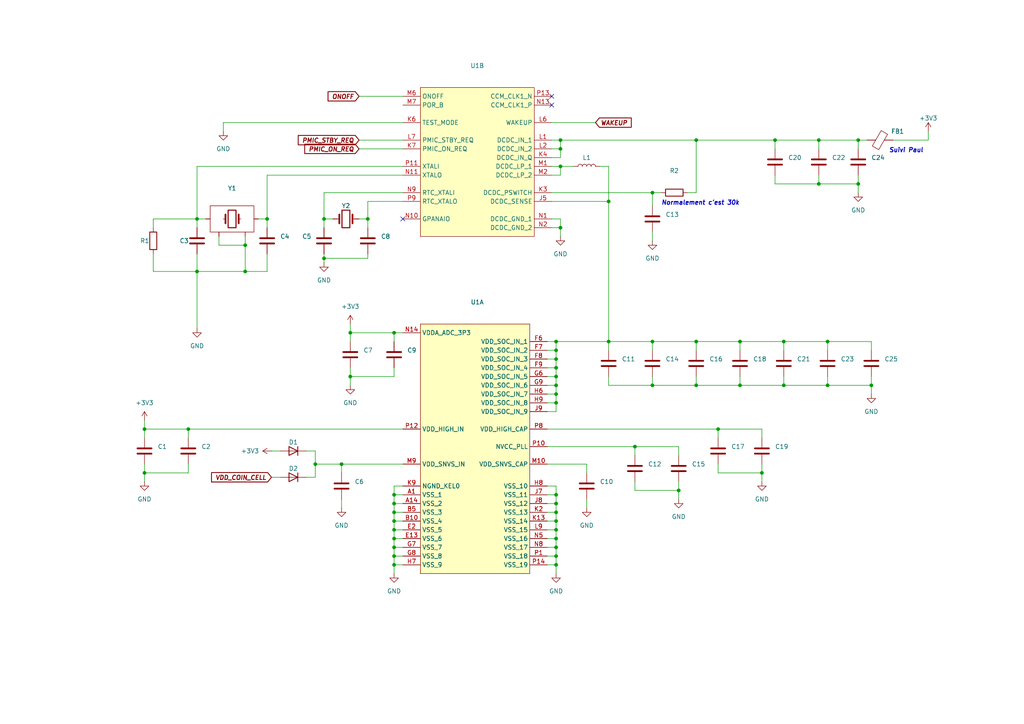
<source format=kicad_sch>
(kicad_sch (version 20211123) (generator eeschema)
  (paper "A4")
  (title_block (title "Power") (date "2023-05-12") (rev "0"))
  (lib_symbols
    (symbol "MIMXRT1064 MCU Module:0402WGJ0225TCE" (pin_numbers hide) (pin_names (offset 0))
      (property "Reference" "R" (at 2.032 0 90))
      (property "Value" "0402WGJ0225TCE" (at 0 0 90))
      (symbol "0402WGJ0225TCE_0_1"
        (rectangle (start -1.016 -2.54) (end 1.016 2.54) (stroke (width 0.254)))
      )
      (symbol "0402WGJ0225TCE_1_1"
        (pin passive line (at 0 3.81 270) (length 1.27) (name "~") (number "1"))
        (pin passive line (at 0 -3.81 90) (length 1.27) (name "~") (number "2"))
      )
    )
    (symbol "MIMXRT1064 MCU Module:BLM18AG121SN1D" (pin_numbers hide) (pin_names (offset 0))
      (property "Reference" "FB1" (at -0.0508 5.08 90))
      (symbol "BLM18AG121SN1D_0_1"
        (polyline (pts (xy 0 -1.27) (xy 0 -1.2192)))
        (polyline (pts (xy 0 1.27) (xy 0 1.2954)))
        (polyline (pts (xy -2.7686 0.4064) (xy -1.7018 2.2606) (xy 2.7686 -0.3048) (xy 1.6764 -2.159) (xy -2.7686 0.4064)))
      )
      (symbol "BLM18AG121SN1D_1_1"
        (pin passive line (at 0 3.81 270) (length 2.54) (name "~") (number "1"))
        (pin passive line (at 0 -3.81 90) (length 2.54) (name "~") (number "2"))
      )
    )
    (symbol "MIMXRT1064 MCU Module:CD32YP0302-4R7M" (pin_numbers hide) (pin_names (offset 1.016) hide)
      (property "Reference" "L1" (at 0 2.54 0))
      (property "Value" "CD32YP0302-4R7M" (at 1.27 -2.54 0))
      (symbol "CD32YP0302-4R7M_0_1"
        (arc (start -1.27 0) (mid -1.905 0.635) (end -2.54 0))
        (arc (start 0 0) (mid -0.635 0.635) (end -1.27 0))
        (arc (start 1.27 0) (mid 0.635 0.635) (end 0 0))
        (arc (start 2.54 0) (mid 1.905 0.635) (end 1.27 0))
      )
      (symbol "CD32YP0302-4R7M_1_1"
        (pin passive line (at -3.81 0 0) (length 1.27) (name "1") (number "1"))
        (pin passive line (at 3.81 0 180) (length 1.27) (name "2") (number "2"))
      )
    )
    (symbol "MIMXRT1064 MCU Module:CL05A105KA5NQNC" (pin_numbers hide) (pin_names (offset 0.254))
      (property "Reference" "C5" (at 3.81 1.2701 0))
      (property "Value" "CL05A105KA5NQNC" (at 3.81 -1.2699 0))
      (symbol "CL05A105KA5NQNC_0_1"
        (polyline (pts (xy -2.032 -0.762) (xy 2.032 -0.762)) (stroke (width 0.508)))
        (polyline (pts (xy -2.032 0.762) (xy 2.032 0.762)) (stroke (width 0.508)))
      )
      (symbol "CL05A105KA5NQNC_1_1"
        (pin passive line (at 0 3.81 270) (length 2.794) (name "~") (number "1"))
        (pin passive line (at 0 -3.81 90) (length 2.794) (name "~") (number "2"))
      )
    )
    (symbol "MIMXRT1064 MCU Module:CL05A475MP5NRNC" (pin_numbers hide) (pin_names (offset 0.254))
      (property "Reference" "C5" (at 3.81 1.2701 0))
      (property "Value" "CL05A475MP5NRNC" (at 3.81 -1.2699 0))
      (symbol "CL05A475MP5NRNC_0_1"
        (polyline (pts (xy -2.032 -0.762) (xy 2.032 -0.762)) (stroke (width 0.508)))
        (polyline (pts (xy -2.032 0.762) (xy 2.032 0.762)) (stroke (width 0.508)))
      )
      (symbol "CL05A475MP5NRNC_1_1"
        (pin passive line (at 0 3.81 270) (length 2.794) (name "~") (number "1"))
        (pin passive line (at 0 -3.81 90) (length 2.794) (name "~") (number "2"))
      )
    )
    (symbol "MIMXRT1064 MCU Module:CL05B224KO5NNNC" (pin_numbers hide) (pin_names (offset 0.254))
      (property "Reference" "C5" (at 3.81 1.2701 0))
      (property "Value" "CL05B224KO5NNNC" (at 3.81 -1.2699 0))
      (symbol "CL05B224KO5NNNC_0_1"
        (polyline (pts (xy -2.032 -0.762) (xy 2.032 -0.762)) (stroke (width 0.508)))
        (polyline (pts (xy -2.032 0.762) (xy 2.032 0.762)) (stroke (width 0.508)))
      )
      (symbol "CL05B224KO5NNNC_1_1"
        (pin passive line (at 0 3.81 270) (length 2.794) (name "~") (number "1"))
        (pin passive line (at 0 -3.81 90) (length 2.794) (name "~") (number "2"))
      )
    )
    (symbol "MIMXRT1064 MCU Module:CL10A106KP8NNNC" (pin_numbers hide) (pin_names (offset 0.254))
      (property "Reference" "C5" (at 3.81 1.2701 0))
      (property "Value" "CL10A106KP8NNNC" (at 3.81 -1.2699 0))
      (symbol "CL10A106KP8NNNC_0_1"
        (polyline (pts (xy -2.032 -0.762) (xy 2.032 -0.762)) (stroke (width 0.508)))
        (polyline (pts (xy -2.032 0.762) (xy 2.032 0.762)) (stroke (width 0.508)))
      )
      (symbol "CL10A106KP8NNNC_1_1"
        (pin passive line (at 0 3.81 270) (length 2.794) (name "~") (number "1"))
        (pin passive line (at 0 -3.81 90) (length 2.794) (name "~") (number "2"))
      )
    )
    (symbol "MIMXRT1064 MCU Module:CL10A226MQ8NRNC" (pin_numbers hide) (pin_names (offset 0.254))
      (property "Reference" "C3" (at 1.27 2.54 0))
      (property "Value" "CL10A226MQ8NRNC" (at 1.27 -2.54 0))
      (symbol "CL10A226MQ8NRNC_0_1"
        (polyline (pts (xy -2.032 -0.762) (xy 2.032 -0.762)) (stroke (width 0.508)))
        (polyline (pts (xy -2.032 0.762) (xy 2.032 0.762)) (stroke (width 0.508)))
      )
      (symbol "CL10A226MQ8NRNC_1_1"
        (pin passive line (at 0 3.81 270) (length 2.794) (name "~") (number "1"))
        (pin passive line (at 0 -3.81 90) (length 2.794) (name "~") (number "2"))
      )
    )
    (symbol "MIMXRT1064 MCU Module:GCM1555C1H8R0DA16D" (pin_numbers hide) (pin_names (offset 0.254))
      (property "Reference" "C5" (at 3.81 1.2701 0))
      (property "Value" "GCM1555C1H8R0DA16D" (at 3.81 -1.2699 0))
      (symbol "GCM1555C1H8R0DA16D_0_1"
        (polyline (pts (xy -2.032 -0.762) (xy 2.032 -0.762)) (stroke (width 0.508)))
        (polyline (pts (xy -2.032 0.762) (xy 2.032 0.762)) (stroke (width 0.508)))
      )
      (symbol "GCM1555C1H8R0DA16D_1_1"
        (pin passive line (at 0 3.81 270) (length 2.794) (name "~") (number "1"))
        (pin passive line (at 0 -3.81 90) (length 2.794) (name "~") (number "2"))
      )
    )
    (symbol "MIMXRT1064 MCU Module:GRM1555C1H120GA01D" (pin_numbers hide) (pin_names (offset 0.254))
      (property "Reference" "C5" (at 3.81 1.2701 0))
      (property "Value" "GRM1555C1H120GA01D" (at 3.81 -1.2699 0))
      (symbol "GRM1555C1H120GA01D_0_1"
        (polyline (pts (xy -2.032 -0.762) (xy 2.032 -0.762)) (stroke (width 0.508)))
        (polyline (pts (xy -2.032 0.762) (xy 2.032 0.762)) (stroke (width 0.508)))
      )
      (symbol "GRM1555C1H120GA01D_1_1"
        (pin passive line (at 0 3.81 270) (length 2.794) (name "~") (number "1"))
        (pin passive line (at 0 -3.81 90) (length 2.794) (name "~") (number "2"))
      )
    )
    (symbol "MIMXRT1064 MCU Module:MIMXRT1064CVL5B"
      (property "Reference" "U" (at 0 25.4 0))
      (property "Value" "MIMXRT1064CVL5B" (at 0 22.86 0))
      (symbol "MIMXRT1064CVL5B_1_1"
        (rectangle (start -15.24 34.29) (end 16.51 -38.1) (fill (type background)))
        (pin power_in line (at -20.32 -15.24 0) (length 5.08) (name "VSS_1") (number "A1"))
        (pin power_in line (at -20.32 -17.78 0) (length 5.08) (name "VSS_2") (number "A14"))
        (pin power_in line (at -20.32 -22.86 0) (length 5.08) (name "VSS_4") (number "B10"))
        (pin power_in line (at -20.32 -20.32 0) (length 5.08) (name "VSS_3") (number "B5"))
        (pin power_in line (at -20.32 -27.94 0) (length 5.08) (name "VSS_6") (number "E13"))
        (pin power_in line (at -20.32 -25.4 0) (length 5.08) (name "VSS_5") (number "E2"))
        (pin power_in line (at 21.59 29.21 180) (length 5.08) (name "VDD_SOC_IN_1") (number "F6"))
        (pin power_in line (at 21.59 26.67 180) (length 5.08) (name "VDD_SOC_IN_2") (number "F7"))
        (pin power_in line (at 21.59 24.13 180) (length 5.08) (name "VDD_SOC_IN_3") (number "F8"))
        (pin power_in line (at 21.59 21.59 180) (length 5.08) (name "VDD_SOC_IN_4") (number "F9"))
        (pin power_in line (at 21.59 19.05 180) (length 5.08) (name "VDD_SOC_IN_5") (number "G6"))
        (pin power_in line (at -20.32 -30.48 0) (length 5.08) (name "VSS_7") (number "G7"))
        (pin power_in line (at -20.32 -33.02 0) (length 5.08) (name "VSS_8") (number "G8"))
        (pin power_in line (at 21.59 16.51 180) (length 5.08) (name "VDD_SOC_IN_6") (number "G9"))
        (pin power_in line (at 21.59 13.97 180) (length 5.08) (name "VDD_SOC_IN_7") (number "H6"))
        (pin power_in line (at -20.32 -35.56 0) (length 5.08) (name "VSS_9") (number "H7"))
        (pin power_in line (at 21.59 -12.7 180) (length 5.08) (name "VSS_10") (number "H8"))
        (pin power_in line (at 21.59 11.43 180) (length 5.08) (name "VDD_SOC_IN_8") (number "H9"))
        (pin power_in line (at 21.59 -15.24 180) (length 5.08) (name "VSS_11") (number "J7"))
        (pin power_in line (at 21.59 -17.78 180) (length 5.08) (name "VSS_12") (number "J8"))
        (pin power_in line (at 21.59 8.89 180) (length 5.08) (name "VDD_SOC_IN_9") (number "J9"))
        (pin power_in line (at 21.59 -22.86 180) (length 5.08) (name "VSS_14") (number "K13"))
        (pin power_in line (at 21.59 -20.32 180) (length 5.08) (name "VSS_13") (number "K2"))
        (pin power_in line (at -20.32 -12.7 0) (length 5.08) (name "NGND_KEL0") (number "K9"))
        (pin power_in line (at 21.59 -25.4 180) (length 5.08) (name "VSS_15") (number "L9"))
        (pin power_in line (at 21.59 -6.35 180) (length 5.08) (name "VDD_SNVS_CAP") (number "M10"))
        (pin power_in line (at -20.32 -6.35 0) (length 5.08) (name "VDD_SNVS_IN") (number "M9"))
        (pin power_in line (at -20.32 31.75 0) (length 5.08) (name "VDDA_ADC_3P3") (number "N14"))
        (pin power_in line (at 21.59 -27.94 180) (length 5.08) (name "VSS_16") (number "N5"))
        (pin power_in line (at 21.59 -30.48 180) (length 5.08) (name "VSS_17") (number "N8"))
        (pin power_in line (at 21.59 -33.02 180) (length 5.08) (name "VSS_18") (number "P1"))
        (pin power_in line (at 21.59 -1.27 180) (length 5.08) (name "NVCC_PLL") (number "P10"))
        (pin power_in line (at -20.32 3.81 0) (length 5.08) (name "VDD_HIGH_IN") (number "P12"))
        (pin power_in line (at 21.59 -35.56 180) (length 5.08) (name "VSS_19") (number "P14"))
        (pin power_in line (at 21.59 3.81 180) (length 5.08) (name "VDD_HIGH_CAP") (number "P8"))
      )
      (symbol "MIMXRT1064CVL5B_2_1"
        (rectangle (start -16.51 20.32) (end 16.51 -22.86) (fill (type background)))
        (pin power_in line (at 21.59 -12.7 180) (length 5.08) (name "DCDC_SENSE") (number "J5"))
        (pin power_in line (at 21.59 -10.16 180) (length 5.08) (name "DCDC_PSWITCH") (number "K3"))
        (pin power_in line (at 21.59 0 180) (length 5.08) (name "DCDC_IN_Q") (number "K4"))
        (pin passive line (at -21.59 10.16 0) (length 5.08) (name "TEST_MODE") (number "K6"))
        (pin passive line (at -21.59 2.54 0) (length 5.08) (name "PMIC_ON_REQ") (number "K7"))
        (pin power_in line (at 21.59 5.08 180) (length 5.08) (name "DCDC_IN_1") (number "L1"))
        (pin power_in line (at 21.59 2.54 180) (length 5.08) (name "DCDC_IN_2") (number "L2"))
        (pin passive line (at 21.59 10.16 180) (length 5.08) (name "WAKEUP") (number "L6"))
        (pin passive line (at -21.59 5.08 0) (length 5.08) (name "PMIC_STBY_REQ") (number "L7"))
        (pin power_in line (at 21.59 -2.54 180) (length 5.08) (name "DCDC_LP_1") (number "M1"))
        (pin power_in line (at 21.59 -5.08 180) (length 5.08) (name "DCDC_LP_2") (number "M2"))
        (pin passive line (at -21.59 17.78 0) (length 5.08) (name "ONOFF") (number "M6"))
        (pin passive line (at -21.59 15.24 0) (length 5.08) (name "POR_B") (number "M7"))
        (pin power_in line (at 21.59 -17.78 180) (length 5.08) (name "DCDC_GND_1") (number "N1"))
        (pin passive line (at -21.59 -17.78 0) (length 5.08) (name "GPANAIO") (number "N10"))
        (pin passive line (at -21.59 -5.08 0) (length 5.08) (name "XTALO") (number "N11"))
        (pin passive line (at 21.59 15.24 180) (length 5.08) (name "CCM_CLK1_P") (number "N13"))
        (pin power_in line (at 21.59 -20.32 180) (length 5.08) (name "DCDC_GND_2") (number "N2"))
        (pin passive line (at -21.59 -10.16 0) (length 5.08) (name "RTC_XTALI") (number "N9"))
        (pin passive line (at -21.59 -2.54 0) (length 5.08) (name "XTALI") (number "P11"))
        (pin passive line (at 21.59 17.78 180) (length 5.08) (name "CCM_CLK1_N") (number "P13"))
        (pin passive line (at -21.59 -12.7 0) (length 5.08) (name "RTC_XTALO") (number "P9"))
      )
      (symbol "MIMXRT1064CVL5B_3_1"
        (rectangle (start -19.05 11.43) (end 19.05 -11.43) (fill (type background)))
        (pin power_in line (at 24.13 -1.27 180) (length 5.08) (name "VDD_USB_CAP") (number "K8"))
        (pin passive line (at 24.13 6.35 180) (length 5.08) (name "USB_OTG1_DP") (number "L8"))
        (pin passive line (at 24.13 8.89 180) (length 5.08) (name "USB_OTG1_DN") (number "M8"))
        (pin passive line (at 24.13 3.81 180) (length 5.08) (name "USB_OTG1_CHD_B") (number "N12"))
        (pin passive line (at -24.13 5.08 0) (length 5.08) (name "USB_OTG1_VBUS") (number "N6"))
        (pin passive line (at 24.13 -6.35 180) (length 5.08) (name "USB_OTG2_DN") (number "N7"))
        (pin passive line (at -24.13 -5.08 0) (length 5.08) (name "USB_OTG2_VBUS") (number "P6"))
        (pin passive line (at 24.13 -8.89 180) (length 5.08) (name "USB_OTG2_DP") (number "P7"))
      )
      (symbol "MIMXRT1064CVL5B_4_1"
        (rectangle (start -17.78 53.34) (end 16.51 -55.88) (fill (type background)))
        (pin passive line (at 21.59 -17.78 180) (length 5.08) (name "GPIO_EMC_27") (number "A2"))
        (pin passive line (at 21.59 0 180) (length 5.08) (name "GPIO_EMC_20") (number "A3"))
        (pin passive line (at 21.59 7.62 180) (length 5.08) (name "GPIO_EMC_17") (number "A4"))
        (pin passive line (at 21.59 10.16 180) (length 5.08) (name "GPIO_EMC_16") (number "A5"))
        (pin passive line (at 21.59 17.78 180) (length 5.08) (name "GPIO_EMC_13") (number "A6"))
        (pin passive line (at 21.59 -50.8 180) (length 5.08) (name "GPIO_EMC_40") (number "A7"))
        (pin passive line (at 21.59 12.7 180) (length 5.08) (name "GPIO_EMC_15") (number "B1"))
        (pin passive line (at 21.59 5.08 180) (length 5.08) (name "GPIO_EMC_18") (number "B2"))
        (pin passive line (at 21.59 -15.24 180) (length 5.08) (name "GPIO_EMC_26") (number "B3"))
        (pin passive line (at 21.59 2.54 180) (length 5.08) (name "GPIO_EMC_19") (number "B4"))
        (pin passive line (at 21.59 15.24 180) (length 5.08) (name "GPIO_EMC_14") (number "B6"))
        (pin passive line (at 21.59 -48.26 180) (length 5.08) (name "GPIO_EMC_39") (number "B7"))
        (pin passive line (at 21.59 -2.54 180) (length 5.08) (name "GPIO_EMC_21") (number "C1"))
        (pin passive line (at 21.59 27.94 180) (length 5.08) (name "GPIO_EMC_09") (number "C2"))
        (pin passive line (at 21.59 -40.64 180) (length 5.08) (name "GPIO_EMC_36") (number "C3"))
        (pin passive line (at 21.59 -33.02 180) (length 5.08) (name "GPIO_EMC_33") (number "C4"))
        (pin passive line (at 21.59 -27.94 180) (length 5.08) (name "GPIO_EMC_31") (number "C5"))
        (pin passive line (at 21.59 -25.4 180) (length 5.08) (name "GPIO_EMC_30") (number "C6"))
        (pin passive line (at 21.59 -53.34 180) (length 5.08) (name "GPIO_EMC_41") (number "C7"))
        (pin passive line (at 21.59 -20.32 180) (length 5.08) (name "GPIO_EMC_28") (number "D1"))
        (pin passive line (at 21.59 -12.7 180) (length 5.08) (name "GPIO_EMC_25") (number "D2"))
        (pin passive line (at 21.59 -10.16 180) (length 5.08) (name "GPIO_EMC_24") (number "D3"))
        (pin passive line (at 21.59 -35.56 180) (length 5.08) (name "GPIO_EMC_34") (number "D4"))
        (pin passive line (at 21.59 -30.48 180) (length 5.08) (name "GPIO_EMC_32") (number "D5"))
        (pin passive line (at 21.59 -45.72 180) (length 5.08) (name "GPIO_EMC_38") (number "D6"))
        (pin passive line (at 21.59 -22.86 180) (length 5.08) (name "GPIO_EMC_29") (number "E1"))
        (pin passive line (at 21.59 50.8 180) (length 5.08) (name "GPIO_EMC_00") (number "E3"))
        (pin passive line (at 21.59 -43.18 180) (length 5.08) (name "GPIO_EMC_37") (number "E4"))
        (pin passive line (at 21.59 -38.1 180) (length 5.08) (name "GPIO_EMC_35") (number "E5"))
        (pin power_in line (at -22.86 50.8 0) (length 5.08) (name "NVCC_EMC_1") (number "E6"))
        (pin passive line (at 21.59 -5.08 180) (length 5.08) (name "GPIO_EMC_22") (number "F1"))
        (pin passive line (at 21.59 40.64 180) (length 5.08) (name "GPIO_EMC_04") (number "F2"))
        (pin passive line (at 21.59 48.26 180) (length 5.08) (name "GPIO_EMC_01") (number "F3"))
        (pin passive line (at 21.59 45.72 180) (length 5.08) (name "GPIO_EMC_02") (number "F4"))
        (pin power_in line (at -22.86 48.26 0) (length 5.08) (name "NVCC_EMC_2") (number "F5"))
        (pin passive line (at 21.59 25.4 180) (length 5.08) (name "GPIO_EMC_10") (number "G1"))
        (pin passive line (at 21.59 -7.62 180) (length 5.08) (name "GPIO_EMC_23") (number "G2"))
        (pin passive line (at 21.59 22.86 180) (length 5.08) (name "GPIO_EMC_11") (number "G3"))
        (pin passive line (at 21.59 43.18 180) (length 5.08) (name "GPIO_EMC_03") (number "G4"))
        (pin passive line (at 21.59 38.1 180) (length 5.08) (name "GPIO_EMC_05") (number "G5"))
        (pin passive line (at 21.59 20.32 180) (length 5.08) (name "GPIO_EMC_12") (number "H1"))
        (pin passive line (at 21.59 30.48 180) (length 5.08) (name "GPIO_EMC_08") (number "H3"))
        (pin passive line (at 21.59 33.02 180) (length 5.08) (name "GPIO_EMC_07") (number "H4"))
        (pin passive line (at 21.59 35.56 180) (length 5.08) (name "GPIO_EMC_06") (number "H5"))
      )
      (symbol "MIMXRT1064CVL5B_5_1"
        (rectangle (start -19.05 52.07) (end 17.78 -44.45) (fill (type background)))
        (rectangle (start -17.78 -24.13) (end -17.78 -24.13))
        (pin passive line (at 22.86 11.43 180) (length 5.08) (name "GPIO_B0_11") (number "A10"))
        (pin passive line (at 22.86 -3.81 180) (length 5.08) (name "GPIO_B1_00") (number "A11"))
        (pin passive line (at 22.86 -24.13 180) (length 5.08) (name "GPIO_B1_08") (number "A12"))
        (pin passive line (at 22.86 -26.67 180) (length 5.08) (name "GPIO_B1_09") (number "A13"))
        (pin passive line (at 22.86 24.13 180) (length 5.08) (name "GPIO_B0_06") (number "A8"))
        (pin passive line (at 22.86 21.59 180) (length 5.08) (name "GPIO_B0_07") (number "A9"))
        (pin passive line (at 22.86 -6.35 180) (length 5.08) (name "GPIO_B1_01") (number "B11"))
        (pin passive line (at 22.86 -21.59 180) (length 5.08) (name "GPIO_B1_07") (number "B12"))
        (pin passive line (at 22.86 -29.21 180) (length 5.08) (name "GPIO_B1_10") (number "B13"))
        (pin passive line (at 22.86 -41.91 180) (length 5.08) (name "GPIO_B1_15") (number "B14"))
        (pin passive line (at 22.86 26.67 180) (length 5.08) (name "GPIO_B0_05") (number "B8"))
        (pin passive line (at 22.86 19.05 180) (length 5.08) (name "GPIO_B0_08") (number "B9"))
        (pin passive line (at 22.86 8.89 180) (length 5.08) (name "GPIO_B0_12") (number "C10"))
        (pin passive line (at 22.86 -8.89 180) (length 5.08) (name "GPIO_B1_02") (number "C11"))
        (pin passive line (at 22.86 -19.05 180) (length 5.08) (name "GPIO_B1_06") (number "C12"))
        (pin passive line (at 22.86 -31.75 180) (length 5.08) (name "GPIO_B1_11") (number "C13"))
        (pin passive line (at 22.86 -39.37 180) (length 5.08) (name "GPIO_B1_14") (number "C14"))
        (pin passive line (at 22.86 29.21 180) (length 5.08) (name "GPIO_B0_04") (number "C8"))
        (pin passive line (at 22.86 16.51 180) (length 5.08) (name "GPIO_B0_09") (number "C9"))
        (pin passive line (at 22.86 6.35 180) (length 5.08) (name "GPIO_B0_13") (number "D10"))
        (pin passive line (at 22.86 -11.43 180) (length 5.08) (name "GPIO_B1_03") (number "D11"))
        (pin passive line (at 22.86 -16.51 180) (length 5.08) (name "GPIO_B1_05") (number "D12"))
        (pin passive line (at 22.86 -34.29 180) (length 5.08) (name "GPIO_B1_12") (number "D13"))
        (pin passive line (at 22.86 -36.83 180) (length 5.08) (name "GPIO_B1_13") (number "D14"))
        (pin passive line (at 22.86 39.37 180) (length 5.08) (name "GPIO_B0_00") (number "D7"))
        (pin passive line (at 22.86 31.75 180) (length 5.08) (name "GPIO_B0_03") (number "D8"))
        (pin passive line (at 22.86 13.97 180) (length 5.08) (name "GPIO_B0_10") (number "D9"))
        (pin passive line (at 22.86 3.81 180) (length 5.08) (name "GPIO_B0_14") (number "E10"))
        (pin passive line (at 22.86 1.27 180) (length 5.08) (name "GPIO_B0_15") (number "E11"))
        (pin passive line (at 22.86 -13.97 180) (length 5.08) (name "GPIO_B1_04") (number "E12"))
        (pin passive line (at -24.13 24.13 0) (length 5.08) (name "GPIO_AD_B0_06") (number "E14"))
        (pin passive line (at 22.86 36.83 180) (length 5.08) (name "GPIO_B0_01") (number "E7"))
        (pin passive line (at 22.86 34.29 180) (length 5.08) (name "GPIO_B0_02") (number "E8"))
        (pin power_in line (at -24.13 49.53 0) (length 5.08) (name "NVCC_GPIO_1") (number "E9"))
        (pin power_in line (at -24.13 46.99 0) (length 5.08) (name "NVCC_GPIO_2") (number "F10"))
        (pin passive line (at -24.13 29.21 0) (length 5.08) (name "GPIO_AD_B0_04") (number "F11"))
        (pin passive line (at -24.13 21.59 0) (length 5.08) (name "GPIO_AD_B0_07") (number "F12"))
        (pin passive line (at -24.13 19.05 0) (length 5.08) (name "GPIO_AD_B0_08") (number "F13"))
        (pin passive line (at -24.13 16.51 0) (length 5.08) (name "GPIO_AD_B0_09") (number "F14"))
        (pin passive line (at -24.13 11.43 0) (length 5.08) (name "GPIO_AD_B0_11") (number "G10"))
        (pin passive line (at -24.13 31.75 0) (length 5.08) (name "GPIO_AD_B0_03") (number "G11"))
        (pin passive line (at -24.13 -39.37 0) (length 5.08) (name "GPIO_AD_B1_14") (number "G12"))
        (pin passive line (at -24.13 13.97 0) (length 5.08) (name "GPIO_AD_B0_10") (number "G13"))
        (pin passive line (at -24.13 26.67 0) (length 5.08) (name "GPIO_AD_B0_05") (number "G14"))
        (pin passive line (at -24.13 36.83 0) (length 5.08) (name "GPIO_AD_B0_01") (number "H10"))
        (pin passive line (at -24.13 -36.83 0) (length 5.08) (name "GPIO_AD_B1_13") (number "H11"))
        (pin passive line (at -24.13 -34.29 0) (length 5.08) (name "GPIO_AD_B1_12") (number "H12"))
        (pin passive line (at -24.13 -24.13 0) (length 5.08) (name "GPIO_AD_B1_08") (number "H13"))
        (pin passive line (at -24.13 3.81 0) (length 5.08) (name "GPIO_AD_B0_14") (number "H14"))
        (pin power_in line (at -24.13 44.45 0) (length 5.08) (name "NVCC_GPIO_3") (number "J10"))
        (pin passive line (at -24.13 -3.81 0) (length 5.08) (name "GPIO_AD_B1_00") (number "J11"))
        (pin passive line (at -24.13 -19.05 0) (length 5.08) (name "GPIO_AD_B1_06") (number "J12"))
        (pin passive line (at -24.13 -31.75 0) (length 5.08) (name "GPIO_AD_B1_11") (number "J13"))
        (pin passive line (at -24.13 -41.91 0) (length 5.08) (name "GPIO_AD_B1_15") (number "J14"))
        (pin passive line (at -24.13 -21.59 0) (length 5.08) (name "GPIO_AD_B1_07") (number "K10"))
        (pin passive line (at -24.13 -6.35 0) (length 5.08) (name "GPIO_AD_B1_01") (number "K11"))
        (pin passive line (at -24.13 -16.51 0) (length 5.08) (name "GPIO_AD_B1_05") (number "K12"))
        (pin passive line (at -24.13 8.89 0) (length 5.08) (name "GPIO_AD_B0_12") (number "K14"))
        (pin passive line (at -24.13 1.27 0) (length 5.08) (name "GPIO_AD_B0_15") (number "L10"))
        (pin passive line (at -24.13 -8.89 0) (length 5.08) (name "GPIO_AD_B1_02") (number "L11"))
        (pin passive line (at -24.13 -13.97 0) (length 5.08) (name "GPIO_AD_B1_04") (number "L12"))
        (pin passive line (at -24.13 -29.21 0) (length 5.08) (name "GPIO_AD_B1_10") (number "L13"))
        (pin passive line (at -24.13 6.35 0) (length 5.08) (name "GPIO_AD_B0_13") (number "L14"))
        (pin passive line (at -24.13 34.29 0) (length 5.08) (name "GPIO_AD_B0_02") (number "M11"))
        (pin passive line (at -24.13 -11.43 0) (length 5.08) (name "GPIO_AD_B1_03") (number "M12"))
        (pin passive line (at -24.13 -26.67 0) (length 5.08) (name "GPIO_AD_B1_09") (number "M13"))
        (pin passive line (at -24.13 39.37 0) (length 5.08) (name "GPIO_AD_B0_00") (number "M14"))
      )
      (symbol "MIMXRT1064CVL5B_6_1"
        (rectangle (start -17.78 25.4) (end 13.97 -25.4) (fill (type background)))
        (pin passive line (at 19.05 12.7 180) (length 5.08) (name "GPIO_SD_B0_04") (number "H2"))
        (pin passive line (at 19.05 17.78 180) (length 5.08) (name "GPIO_SD_B0_02") (number "J1"))
        (pin passive line (at 19.05 10.16 180) (length 5.08) (name "GPIO_SD_B0_05") (number "J2"))
        (pin passive line (at 19.05 20.32 180) (length 5.08) (name "GPIO_SD_B0_01") (number "J3"))
        (pin passive line (at 19.05 22.86 180) (length 5.08) (name "GPIO_SD_B0_00") (number "J4"))
        (pin power_in line (at -22.86 22.86 0) (length 5.08) (name "NVCC_SD0") (number "J6"))
        (pin passive line (at 19.05 15.24 180) (length 5.08) (name "GPIO_SD_B0_03") (number "K1"))
        (pin power_in line (at -22.86 3.81 0) (length 5.08) (name "NVCC_SD1") (number "K5"))
        (pin passive line (at 19.05 -10.16 180) (length 5.08) (name "GPIO_SD_B1_06") (number "L3"))
        (pin passive line (at 19.05 -12.7 180) (length 5.08) (name "GPIO_SD_B1_07") (number "L4"))
        (pin passive line (at 19.05 5.08 180) (length 5.08) (name "GPIO_SD_B1_00") (number "L5"))
        (pin passive line (at 19.05 0 180) (length 5.08) (name "GPIO_SD_B1_02") (number "M3"))
        (pin passive line (at 19.05 -2.54 180) (length 5.08) (name "GPIO_SD_B1_03") (number "M4"))
        (pin passive line (at 19.05 2.54 180) (length 5.08) (name "GPIO_SD_B1_01") (number "M5"))
        (pin passive line (at 19.05 -7.62 180) (length 5.08) (name "GPIO_SD_B1_05") (number "N3"))
        (pin passive line (at 19.05 -17.78 180) (length 5.08) (name "GPIO_SD_B1_09") (number "N4"))
        (pin passive line (at 19.05 -5.08 180) (length 5.08) (name "GPIO_SD_B1_04") (number "P2"))
        (pin passive line (at 19.05 -15.24 180) (length 5.08) (name "GPIO_SD_B1_08") (number "P3"))
        (pin passive line (at 19.05 -20.32 180) (length 5.08) (name "GPIO_SD_B1_10") (number "P4"))
        (pin passive line (at 19.05 -22.86 180) (length 5.08) (name "GPIO_SD_B1_11") (number "P5"))
      )
    )
    (symbol "MIMXRT1064 MCU Module:RB521S30_R1_00001" (pin_numbers hide) (pin_names (offset 1.016) hide)
      (property "Reference" "D" (at 0 2.54 0))
      (property "Value" "RB521S30_R1_00001" (at 0 -2.54 0))
      (symbol "RB521S30_R1_00001_0_1"
        (polyline (pts (xy -1.27 1.27) (xy -1.27 -1.27)) (stroke (width 0.254)))
        (polyline (pts (xy 1.27 0) (xy -1.27 0)))
        (polyline (pts (xy 1.27 1.27) (xy 1.27 -1.27) (xy -1.27 0) (xy 1.27 1.27)) (stroke (width 0.254)))
      )
      (symbol "RB521S30_R1_00001_1_1"
        (pin passive line (at -3.81 0 0) (length 2.54) (name "K") (number "1"))
        (pin passive line (at 3.81 0 180) (length 2.54) (name "A") (number "2"))
      )
    )
    (symbol "MIMXRT1064 MCU Module:TC0225F3002TCE" (pin_numbers hide) (pin_names (offset 0))
      (property "Reference" "R" (at 2.032 0 90))
      (property "Value" "TC0225F3002TCE" (at 0 0 90))
      (symbol "TC0225F3002TCE_0_1"
        (rectangle (start -1.016 -2.54) (end 1.016 2.54) (stroke (width 0.254)))
      )
      (symbol "TC0225F3002TCE_1_1"
        (pin passive line (at 0 3.81 270) (length 1.27) (name "~") (number "1"))
        (pin passive line (at 0 -3.81 90) (length 1.27) (name "~") (number "2"))
      )
    )
    (symbol "MIMXRT1064 MCU Module:X201232768KJD2SI" (pin_numbers hide) (pin_names (offset 1.016) hide)
      (property "Reference" "Y" (at 0 3.81 0))
      (property "Value" "X201232768KJD2SI" (at 0 -3.81 0))
      (symbol "X201232768KJD2SI_0_1"
        (rectangle (start -1.143 2.54) (end 1.143 -2.54) (stroke (width 0.3048)))
        (polyline (pts (xy -2.54 0) (xy -1.905 0)))
        (polyline (pts (xy -1.905 -1.27) (xy -1.905 1.27)) (stroke (width 0.508)))
        (polyline (pts (xy 1.905 -1.27) (xy 1.905 1.27)) (stroke (width 0.508)))
        (polyline (pts (xy 2.54 0) (xy 1.905 0)))
      )
      (symbol "X201232768KJD2SI_1_1"
        (pin passive line (at -3.81 0 0) (length 1.27) (name "1") (number "1"))
        (pin passive line (at 3.81 0 180) (length 1.27) (name "2") (number "2"))
      )
    )
    (symbol "MIMXRT1064 MCU Module:XL7EL89CMI-111YLC-24M" (pin_numbers hide) (pin_names (offset 1.016) hide)
      (property "Reference" "Y" (at 0 5.08 0))
      (property "Value" "XL7EL89CMI-111YLC-24M" (at 0 -7.62 0))
      (symbol "XL7EL89CMI-111YLC-24M_0_1"
        (rectangle (start -6.35 3.81) (end 6.35 -3.81))
        (rectangle (start -1.143 2.54) (end 1.143 -2.54) (stroke (width 0.3048)))
        (polyline (pts (xy -2.54 0) (xy -1.905 0)))
        (polyline (pts (xy -1.905 -1.27) (xy -1.905 1.27)) (stroke (width 0.508)))
        (polyline (pts (xy 1.905 -1.27) (xy 1.905 1.27)) (stroke (width 0.508)))
        (polyline (pts (xy 2.54 0) (xy 1.905 0)))
      )
      (symbol "XL7EL89CMI-111YLC-24M_1_1"
        (pin passive line (at -7.62 0 0) (length 1.27) (name "1") (number "1"))
        (pin passive line (at 7.62 0 180) (length 1.27) (name "3") (number "3"))
        (pin passive line (at 3.81 -5.08 90) (length 1.27) (name "GND") (number "4"))
        (pin passive line (at -3.81 -5.08 90) (length 1.27) (name "2") (number "GND"))
      )
    )
    (symbol "power:+3V3" (power) (pin_names (offset 0))
      (property "Value" "+3V3" (at 0 3.556 0))
      (symbol "+3V3_0_1"
        (polyline (pts (xy -0.762 1.27) (xy 0 2.54)))
        (polyline (pts (xy 0 0) (xy 0 2.54)))
        (polyline (pts (xy 0 2.54) (xy 0.762 1.27)))
      )
      (symbol "+3V3_1_1"
        (pin power_in line (at 0 0 90) (length 0) hide (name "+3V3") (number "1"))
      )
    )
    (symbol "power:GND" (power) (pin_names (offset 0))
      (property "Value" "GND" (at 0 -3.81 0))
      (symbol "GND_0_1"
        (polyline (pts (xy 0 0) (xy 0 -1.27) (xy 1.27 -1.27) (xy 0 -2.54) (xy -1.27 -1.27) (xy 0 -1.27)))
      )
      (symbol "GND_1_1"
        (pin power_in line (at 0 0 270) (length 0) hide (name "GND") (number "1"))
      )
    )
  )
  (junction (at 184.15 129.54))
  (junction (at 114.3 153.67))
  (junction (at 161.29 158.75))
  (junction (at 161.29 114.3))
  (junction (at 93.98 63.5))
  (junction (at 57.15 63.5))
  (junction (at 214.63 99.06))
  (junction (at 161.29 161.29))
  (junction (at 176.53 58.42))
  (junction (at 161.29 104.14))
  (junction (at 54.61 124.46))
  (junction (at 227.33 111.76))
  (junction (at 189.23 55.88))
  (junction (at 114.3 156.21))
  (junction (at 161.29 109.22))
  (junction (at 201.93 111.76))
  (junction (at 161.29 111.76))
  (junction (at 71.12 71.12))
  (junction (at 77.47 63.5))
  (junction (at 93.98 74.93))
  (junction (at 71.12 78.74))
  (junction (at 196.85 142.24))
  (junction (at 114.3 161.29))
  (junction (at 214.63 111.76))
  (junction (at 161.29 106.68))
  (junction (at 201.93 40.64))
  (junction (at 114.3 151.13))
  (junction (at 161.29 146.05))
  (junction (at 114.3 148.59))
  (junction (at 162.56 43.18))
  (junction (at 99.06 134.62))
  (junction (at 57.15 78.74))
  (junction (at 101.6 109.22))
  (junction (at 114.3 163.83))
  (junction (at 237.49 53.34))
  (junction (at 91.44 134.62))
  (junction (at 114.3 146.05))
  (junction (at 248.92 53.34))
  (junction (at 106.68 63.5))
  (junction (at 161.29 148.59))
  (junction (at 240.03 111.76))
  (junction (at 189.23 99.06))
  (junction (at 201.93 99.06))
  (junction (at 41.91 124.46))
  (junction (at 161.29 156.21))
  (junction (at 41.91 137.16))
  (junction (at 161.29 99.06))
  (junction (at 162.56 40.64))
  (junction (at 114.3 96.52))
  (junction (at 240.03 99.06))
  (junction (at 162.56 66.04))
  (junction (at 161.29 116.84))
  (junction (at 161.29 153.67))
  (junction (at 189.23 111.76))
  (junction (at 161.29 163.83))
  (junction (at 101.6 96.52))
  (junction (at 248.92 40.64))
  (junction (at 114.3 143.51))
  (junction (at 176.53 99.06))
  (junction (at 162.56 48.26))
  (junction (at 161.29 143.51))
  (junction (at 161.29 151.13))
  (junction (at 220.98 137.16))
  (junction (at 161.29 101.6))
  (junction (at 252.73 111.76))
  (junction (at 208.28 124.46))
  (junction (at 227.33 99.06))
  (junction (at 114.3 158.75))
  (junction (at 237.49 40.64))
  (junction (at 224.79 40.64))
  (no_connect (at 160.02 30.48))
  (no_connect (at 160.02 27.94))
  (no_connect (at 116.84 63.5))
  (wire (pts (xy 237.49 40.64) (xy 224.79 40.64)))
  (wire (pts (xy 116.84 35.56) (xy 64.77 35.56)))
  (wire (pts (xy 101.6 109.22) (xy 114.3 109.22)))
  (wire (pts (xy 158.75 158.75) (xy 161.29 158.75)))
  (wire (pts (xy 176.53 109.22) (xy 176.53 111.76)))
  (wire (pts (xy 158.75 109.22) (xy 161.29 109.22)))
  (wire (pts (xy 201.93 40.64) (xy 224.79 40.64)))
  (wire (pts (xy 201.93 99.06) (xy 214.63 99.06)))
  (wire (pts (xy 93.98 63.5) (xy 93.98 55.88)))
  (wire (pts (xy 99.06 144.78) (xy 99.06 147.32)))
  (wire (pts (xy 71.12 78.74) (xy 77.47 78.74)))
  (wire (pts (xy 176.53 58.42) (xy 176.53 48.26)))
  (wire (pts (xy 158.75 104.14) (xy 161.29 104.14)))
  (wire (pts (xy 248.92 53.34) (xy 248.92 55.88)))
  (wire (pts (xy 201.93 99.06) (xy 201.93 101.6)))
  (wire (pts (xy 114.3 151.13) (xy 116.84 151.13)))
  (wire (pts (xy 54.61 134.62) (xy 54.61 137.16)))
  (wire (pts (xy 158.75 106.68) (xy 161.29 106.68)))
  (wire (pts (xy 162.56 45.72) (xy 162.56 43.18)))
  (wire (pts (xy 196.85 129.54) (xy 196.85 132.08)))
  (wire (pts (xy 161.29 140.97) (xy 161.29 143.51)))
  (wire (pts (xy 158.75 156.21) (xy 161.29 156.21)))
  (wire (pts (xy 114.3 163.83) (xy 114.3 166.37)))
  (wire (pts (xy 162.56 63.5) (xy 162.56 66.04)))
  (wire (pts (xy 161.29 146.05) (xy 161.29 148.59)))
  (wire (pts (xy 114.3 151.13) (xy 114.3 148.59)))
  (wire (pts (xy 184.15 129.54) (xy 196.85 129.54)))
  (wire (pts (xy 269.24 38.1) (xy 269.24 40.64)))
  (wire (pts (xy 220.98 137.16) (xy 220.98 134.62)))
  (wire (pts (xy 54.61 137.16) (xy 41.91 137.16)))
  (wire (pts (xy 106.68 63.5) (xy 106.68 58.42)))
  (wire (pts (xy 158.75 111.76) (xy 161.29 111.76)))
  (wire (pts (xy 158.75 151.13) (xy 161.29 151.13)))
  (wire (pts (xy 189.23 67.31) (xy 189.23 69.85)))
  (wire (pts (xy 99.06 134.62) (xy 99.06 137.16)))
  (wire (pts (xy 240.03 99.06) (xy 252.73 99.06)))
  (wire (pts (xy 196.85 142.24) (xy 196.85 139.7)))
  (wire (pts (xy 170.18 134.62) (xy 170.18 137.16)))
  (wire (pts (xy 57.15 63.5) (xy 59.69 63.5)))
  (wire (pts (xy 240.03 111.76) (xy 252.73 111.76)))
  (wire (pts (xy 224.79 43.18) (xy 224.79 40.64)))
  (wire (pts (xy 41.91 137.16) (xy 41.91 139.7)))
  (wire (pts (xy 214.63 99.06) (xy 227.33 99.06)))
  (wire (pts (xy 93.98 74.93) (xy 93.98 76.2)))
  (wire (pts (xy 227.33 99.06) (xy 240.03 99.06)))
  (wire (pts (xy 237.49 53.34) (xy 248.92 53.34)))
  (wire (pts (xy 158.75 134.62) (xy 170.18 134.62)))
  (wire (pts (xy 214.63 111.76) (xy 227.33 111.76)))
  (wire (pts (xy 114.3 153.67) (xy 114.3 151.13)))
  (wire (pts (xy 71.12 71.12) (xy 71.12 78.74)))
  (wire (pts (xy 158.75 101.6) (xy 161.29 101.6)))
  (wire (pts (xy 201.93 109.22) (xy 201.93 111.76)))
  (wire (pts (xy 189.23 109.22) (xy 189.23 111.76)))
  (wire (pts (xy 176.53 111.76) (xy 189.23 111.76)))
  (wire (pts (xy 189.23 111.76) (xy 201.93 111.76)))
  (wire (pts (xy 161.29 161.29) (xy 161.29 163.83)))
  (wire (pts (xy 101.6 93.98) (xy 101.6 96.52)))
  (wire (pts (xy 227.33 109.22) (xy 227.33 111.76)))
  (wire (pts (xy 101.6 96.52) (xy 101.6 99.06)))
  (wire (pts (xy 161.29 111.76) (xy 161.29 114.3)))
  (wire (pts (xy 114.3 140.97) (xy 116.84 140.97)))
  (wire (pts (xy 252.73 111.76) (xy 252.73 109.22)))
  (wire (pts (xy 78.74 138.43) (xy 81.28 138.43)))
  (wire (pts (xy 161.29 158.75) (xy 161.29 161.29)))
  (wire (pts (xy 77.47 63.5) (xy 77.47 66.04)))
  (wire (pts (xy 77.47 73.66) (xy 77.47 78.74)))
  (wire (pts (xy 248.92 53.34) (xy 248.92 50.8)))
  (wire (pts (xy 161.29 109.22) (xy 161.29 111.76)))
  (wire (pts (xy 240.03 99.06) (xy 240.03 101.6)))
  (wire (pts (xy 91.44 134.62) (xy 99.06 134.62)))
  (wire (pts (xy 106.68 63.5) (xy 106.68 66.04)))
  (wire (pts (xy 161.29 99.06) (xy 176.53 99.06)))
  (wire (pts (xy 201.93 111.76) (xy 214.63 111.76)))
  (wire (pts (xy 208.28 137.16) (xy 220.98 137.16)))
  (wire (pts (xy 259.08 40.64) (xy 269.24 40.64)))
  (wire (pts (xy 161.29 116.84) (xy 161.29 114.3)))
  (wire (pts (xy 224.79 53.34) (xy 237.49 53.34)))
  (wire (pts (xy 196.85 142.24) (xy 196.85 144.78)))
  (wire (pts (xy 114.3 153.67) (xy 116.84 153.67)))
  (wire (pts (xy 161.29 151.13) (xy 161.29 153.67)))
  (wire (pts (xy 161.29 106.68) (xy 161.29 109.22)))
  (wire (pts (xy 93.98 73.66) (xy 93.98 74.93)))
  (wire (pts (xy 77.47 63.5) (xy 77.47 50.8)))
  (wire (pts (xy 63.5 68.58) (xy 63.5 71.12)))
  (wire (pts (xy 173.99 48.26) (xy 176.53 48.26)))
  (wire (pts (xy 162.56 50.8) (xy 162.56 48.26)))
  (wire (pts (xy 91.44 130.81) (xy 88.9 130.81)))
  (wire (pts (xy 176.53 99.06) (xy 189.23 99.06)))
  (wire (pts (xy 114.3 96.52) (xy 116.84 96.52)))
  (wire (pts (xy 248.92 40.64) (xy 251.46 40.64)))
  (wire (pts (xy 184.15 129.54) (xy 184.15 132.08)))
  (wire (pts (xy 44.45 78.74) (xy 57.15 78.74)))
  (wire (pts (xy 114.3 163.83) (xy 114.3 161.29)))
  (wire (pts (xy 114.3 143.51) (xy 116.84 143.51)))
  (wire (pts (xy 101.6 109.22) (xy 101.6 111.76)))
  (wire (pts (xy 176.53 101.6) (xy 176.53 99.06)))
  (wire (pts (xy 161.29 101.6) (xy 161.29 104.14)))
  (wire (pts (xy 158.75 161.29) (xy 161.29 161.29)))
  (wire (pts (xy 162.56 40.64) (xy 162.56 43.18)))
  (wire (pts (xy 252.73 99.06) (xy 252.73 101.6)))
  (wire (pts (xy 158.75 119.38) (xy 161.29 119.38)))
  (wire (pts (xy 158.75 140.97) (xy 161.29 140.97)))
  (wire (pts (xy 158.75 129.54) (xy 184.15 129.54)))
  (wire (pts (xy 161.29 153.67) (xy 161.29 156.21)))
  (wire (pts (xy 57.15 63.5) (xy 57.15 66.04)))
  (wire (pts (xy 161.29 99.06) (xy 161.29 101.6)))
  (wire (pts (xy 158.75 99.06) (xy 161.29 99.06)))
  (wire (pts (xy 160.02 45.72) (xy 162.56 45.72)))
  (wire (pts (xy 161.29 119.38) (xy 161.29 116.84)))
  (wire (pts (xy 158.75 146.05) (xy 161.29 146.05)))
  (wire (pts (xy 160.02 48.26) (xy 162.56 48.26)))
  (wire (pts (xy 57.15 63.5) (xy 57.15 48.26)))
  (wire (pts (xy 114.3 158.75) (xy 114.3 156.21)))
  (wire (pts (xy 104.14 63.5) (xy 106.68 63.5)))
  (wire (pts (xy 208.28 124.46) (xy 208.28 127)))
  (wire (pts (xy 158.75 124.46) (xy 208.28 124.46)))
  (wire (pts (xy 106.68 73.66) (xy 106.68 74.93)))
  (wire (pts (xy 114.3 109.22) (xy 114.3 106.68)))
  (wire (pts (xy 162.56 66.04) (xy 162.56 68.58)))
  (wire (pts (xy 184.15 142.24) (xy 196.85 142.24)))
  (wire (pts (xy 189.23 99.06) (xy 189.23 101.6)))
  (wire (pts (xy 184.15 139.7) (xy 184.15 142.24)))
  (wire (pts (xy 189.23 55.88) (xy 191.77 55.88)))
  (wire (pts (xy 158.75 153.67) (xy 161.29 153.67)))
  (wire (pts (xy 158.75 116.84) (xy 161.29 116.84)))
  (wire (pts (xy 44.45 73.66) (xy 44.45 78.74)))
  (wire (pts (xy 54.61 124.46) (xy 116.84 124.46)))
  (wire (pts (xy 248.92 40.64) (xy 237.49 40.64)))
  (wire (pts (xy 57.15 48.26) (xy 116.84 48.26)))
  (wire (pts (xy 114.3 156.21) (xy 116.84 156.21)))
  (wire (pts (xy 158.75 143.51) (xy 161.29 143.51)))
  (wire (pts (xy 106.68 58.42) (xy 116.84 58.42)))
  (wire (pts (xy 162.56 48.26) (xy 166.37 48.26)))
  (wire (pts (xy 44.45 63.5) (xy 44.45 66.04)))
  (wire (pts (xy 170.18 144.78) (xy 170.18 147.32)))
  (wire (pts (xy 158.75 114.3) (xy 161.29 114.3)))
  (wire (pts (xy 114.3 161.29) (xy 116.84 161.29)))
  (wire (pts (xy 57.15 78.74) (xy 57.15 95.25)))
  (wire (pts (xy 189.23 55.88) (xy 189.23 59.69)))
  (wire (pts (xy 41.91 127) (xy 41.91 124.46)))
  (wire (pts (xy 158.75 148.59) (xy 161.29 148.59)))
  (wire (pts (xy 160.02 40.64) (xy 162.56 40.64)))
  (wire (pts (xy 114.3 146.05) (xy 116.84 146.05)))
  (wire (pts (xy 71.12 68.58) (xy 71.12 71.12)))
  (wire (pts (xy 240.03 109.22) (xy 240.03 111.76)))
  (wire (pts (xy 57.15 63.5) (xy 44.45 63.5)))
  (wire (pts (xy 78.74 130.81) (xy 81.28 130.81)))
  (wire (pts (xy 77.47 50.8) (xy 116.84 50.8)))
  (wire (pts (xy 176.53 58.42) (xy 176.53 99.06)))
  (wire (pts (xy 88.9 138.43) (xy 91.44 138.43)))
  (wire (pts (xy 220.98 137.16) (xy 220.98 139.7)))
  (wire (pts (xy 160.02 35.56) (xy 172.72 35.56)))
  (wire (pts (xy 96.52 63.5) (xy 93.98 63.5)))
  (wire (pts (xy 160.02 43.18) (xy 162.56 43.18)))
  (wire (pts (xy 161.29 163.83) (xy 161.29 166.37)))
  (wire (pts (xy 208.28 134.62) (xy 208.28 137.16)))
  (wire (pts (xy 237.49 43.18) (xy 237.49 40.64)))
  (wire (pts (xy 189.23 99.06) (xy 201.93 99.06)))
  (wire (pts (xy 199.39 55.88) (xy 201.93 55.88)))
  (wire (pts (xy 93.98 63.5) (xy 93.98 66.04)))
  (wire (pts (xy 114.3 148.59) (xy 116.84 148.59)))
  (wire (pts (xy 57.15 73.66) (xy 57.15 78.74)))
  (wire (pts (xy 63.5 71.12) (xy 71.12 71.12)))
  (wire (pts (xy 208.28 124.46) (xy 220.98 124.46)))
  (wire (pts (xy 237.49 50.8) (xy 237.49 53.34)))
  (wire (pts (xy 227.33 111.76) (xy 240.03 111.76)))
  (wire (pts (xy 41.91 137.16) (xy 41.91 134.62)))
  (wire (pts (xy 106.68 74.93) (xy 93.98 74.93)))
  (wire (pts (xy 104.14 27.94) (xy 116.84 27.94)))
  (wire (pts (xy 160.02 50.8) (xy 162.56 50.8)))
  (wire (pts (xy 160.02 66.04) (xy 162.56 66.04)))
  (wire (pts (xy 161.29 163.83) (xy 158.75 163.83)))
  (wire (pts (xy 227.33 99.06) (xy 227.33 101.6)))
  (wire (pts (xy 64.77 35.56) (xy 64.77 38.1)))
  (wire (pts (xy 161.29 143.51) (xy 161.29 146.05)))
  (wire (pts (xy 160.02 58.42) (xy 176.53 58.42)))
  (wire (pts (xy 114.3 96.52) (xy 114.3 99.06)))
  (wire (pts (xy 114.3 156.21) (xy 114.3 153.67)))
  (wire (pts (xy 114.3 148.59) (xy 114.3 146.05)))
  (wire (pts (xy 214.63 109.22) (xy 214.63 111.76)))
  (wire (pts (xy 93.98 55.88) (xy 116.84 55.88)))
  (wire (pts (xy 160.02 63.5) (xy 162.56 63.5)))
  (wire (pts (xy 114.3 143.51) (xy 114.3 140.97)))
  (wire (pts (xy 161.29 156.21) (xy 161.29 158.75)))
  (wire (pts (xy 74.93 63.5) (xy 77.47 63.5)))
  (wire (pts (xy 57.15 78.74) (xy 71.12 78.74)))
  (wire (pts (xy 224.79 50.8) (xy 224.79 53.34)))
  (wire (pts (xy 41.91 124.46) (xy 54.61 124.46)))
  (wire (pts (xy 220.98 124.46) (xy 220.98 127)))
  (wire (pts (xy 104.14 43.18) (xy 116.84 43.18)))
  (wire (pts (xy 54.61 124.46) (xy 54.61 127)))
  (wire (pts (xy 114.3 146.05) (xy 114.3 143.51)))
  (wire (pts (xy 91.44 130.81) (xy 91.44 134.62)))
  (wire (pts (xy 201.93 40.64) (xy 201.93 55.88)))
  (wire (pts (xy 104.14 40.64) (xy 116.84 40.64)))
  (wire (pts (xy 214.63 99.06) (xy 214.63 101.6)))
  (wire (pts (xy 114.3 161.29) (xy 114.3 158.75)))
  (wire (pts (xy 101.6 106.68) (xy 101.6 109.22)))
  (wire (pts (xy 101.6 96.52) (xy 114.3 96.52)))
  (wire (pts (xy 161.29 104.14) (xy 161.29 106.68)))
  (wire (pts (xy 162.56 40.64) (xy 201.93 40.64)))
  (wire (pts (xy 114.3 158.75) (xy 116.84 158.75)))
  (wire (pts (xy 252.73 111.76) (xy 252.73 114.3)))
  (wire (pts (xy 248.92 43.18) (xy 248.92 40.64)))
  (wire (pts (xy 160.02 55.88) (xy 189.23 55.88)))
  (wire (pts (xy 41.91 121.92) (xy 41.91 124.46)))
  (wire (pts (xy 116.84 134.62) (xy 99.06 134.62)))
  (wire (pts (xy 91.44 134.62) (xy 91.44 138.43)))
  (wire (pts (xy 161.29 148.59) (xy 161.29 151.13)))
  (wire (pts (xy 116.84 163.83) (xy 114.3 163.83)))
  (text "Normalement c'est 30k" (at 191.77 59.69 0) (effects (font (size 1.27 1.27) bold italic) (justify left bottom)))
  (text "Suivi Paul" (at 257.81 44.45 0) (effects (font (size 1.27 1.27) bold italic) (justify left bottom)))
  (global_label "VDD_COIN_CELL" (shape input) (at 78.74 138.43 180) (effects (font (thickness 0.254) bold italic)) (property "Intersheet References" "${INTERSHEET_REFS}" (effects hide)))
  (global_label "PMIC_ON_REQ" (shape input) (at 104.14 43.18 180) (effects (font bold italic)) (property "Intersheet References" "${INTERSHEET_REFS}" (effects hide)))
  (global_label "WAKEUP" (shape input) (at 172.72 35.56 0) (effects (font bold italic)) (property "Intersheet References" "${INTERSHEET_REFS}" (effects hide)))
  (global_label "ONOFF" (shape input) (at 104.14 27.94 180) (effects (font bold italic)) (property "Intersheet References" "${INTERSHEET_REFS}" (effects hide)))
  (global_label "PMIC_STBY_REQ" (shape input) (at 104.14 40.64 180) (effects (font bold italic)) (property "Intersheet References" "${INTERSHEET_REFS}" (effects hide)))
  (symbol (lib_id "MIMXRT1064 MCU Module:CL05A105KA5NQNC") (at 114.3 102.87 0) (unit 1)
    (property "Reference" "C9" (at 118.11 101.5999 0) (effects (justify left)))
  )
  (symbol (lib_id "power:GND") (at 248.92 55.88 0) (unit 1)
    (property "Reference" "#PWR017" (effects hide))
  )
  (symbol (lib_id "MIMXRT1064 MCU Module:CL05B224KO5NNNC") (at 196.85 135.89 0) (unit 1)
    (property "Reference" "C15" (at 200.66 134.6199 0) (effects (justify left)))
  )
  (symbol (lib_id "power:+3V3") (at 101.6 93.98 0) (unit 1)
    (property "Reference" "#PWR08" (effects hide))
  )
  (symbol (lib_id "power:GND") (at 57.15 95.25 0) (unit 1)
    (property "Reference" "#PWR03" (effects hide))
  )
  (symbol (lib_id "MIMXRT1064 MCU Module:BLM18AG121SN1D") (at 255.27 40.64 90) (unit 1)
    (property "Reference" "FB1" (at 260.35 38.1 90))
  )
  (symbol (lib_id "MIMXRT1064 MCU Module:GRM1555C1H120GA01D") (at 57.15 69.85 0) (unit 1)
    (property "Reference" "C3" (at 52.07 69.85 0) (effects (justify left)))
  )
  (symbol (lib_id "MIMXRT1064 MCU Module:X201232768KJD2SI") (at 100.33 63.5 0) (unit 1)
    (property "Reference" "Y2" (at 100.33 59.69 0))
  )
  (symbol (lib_id "power:+3V3") (at 78.74 130.81 90) (unit 1)
    (property "Reference" "#PWR05" (effects hide))
  )
  (symbol (lib_id "MIMXRT1064 MCU Module:RB521S30_R1_00001") (at 85.09 138.43 0) (mirror y) (unit 1)
    (property "Reference" "D2" (at 85.09 135.89 0))
  )
  (symbol (lib_id "MIMXRT1064 MCU Module:CL05B224KO5NNNC") (at 189.23 105.41 0) (unit 1)
    (property "Reference" "C14" (at 193.04 104.1399 0) (effects (justify left)))
  )
  (symbol (lib_id "MIMXRT1064 MCU Module:CL05A475MP5NRNC") (at 208.28 130.81 0) (unit 1)
    (property "Reference" "C17" (at 212.09 129.5399 0) (effects (justify left)))
  )
  (symbol (lib_id "MIMXRT1064 MCU Module:GCM1555C1H8R0DA16D") (at 106.68 69.85 0) (unit 1)
    (property "Reference" "C8" (at 110.49 68.5799 0) (effects (justify left)))
  )
  (symbol (lib_id "power:GND") (at 101.6 111.76 0) (unit 1)
    (property "Reference" "#PWR09" (effects hide))
  )
  (symbol (lib_id "MIMXRT1064 MCU Module:CL05B224KO5NNNC") (at 176.53 105.41 0) (unit 1)
    (property "Reference" "C11" (at 180.34 104.1399 0) (effects (justify left)))
  )
  (symbol (lib_id "power:GND") (at 114.3 166.37 0) (unit 1)
    (property "Reference" "#PWR010" (effects hide))
  )
  (symbol (lib_id "power:+3V3") (at 41.91 121.92 0) (unit 1)
    (property "Reference" "#PWR01" (effects hide))
  )
  (symbol (lib_id "MIMXRT1064 MCU Module:TC0225F3002TCE") (at 195.58 55.88 90) (unit 1)
    (property "Reference" "R2" (at 195.58 49.53 90))
  )
  (symbol (lib_id "MIMXRT1064 MCU Module:CL05B224KO5NNNC") (at 101.6 102.87 0) (unit 1)
    (property "Reference" "C7" (at 105.41 101.5999 0) (effects (justify left)))
  )
  (symbol (lib_id "power:GND") (at 64.77 38.1 0) (unit 1)
    (property "Reference" "#PWR04" (effects hide))
  )
  (symbol (lib_id "MIMXRT1064 MCU Module:GRM1555C1H120GA01D") (at 77.47 69.85 0) (unit 1)
    (property "Reference" "C4" (at 81.28 68.5799 0) (effects (justify left)))
  )
  (symbol (lib_id "MIMXRT1064 MCU Module:CL05B224KO5NNNC") (at 214.63 105.41 0) (unit 1)
    (property "Reference" "C18" (at 218.44 104.1399 0) (effects (justify left)))
  )
  (symbol (lib_id "MIMXRT1064 MCU Module:RB521S30_R1_00001") (at 85.09 130.81 0) (mirror y) (unit 1)
    (property "Reference" "D1" (at 85.09 128.27 0))
  )
  (symbol (lib_id "power:GND") (at 220.98 139.7 0) (unit 1)
    (property "Reference" "#PWR016" (effects hide))
  )
  (symbol (lib_id "MIMXRT1064 MCU Module:GCM1555C1H8R0DA16D") (at 93.98 69.85 0) (unit 1)
    (property "Reference" "C5" (at 87.63 68.58 0) (effects (justify left)))
  )
  (symbol (lib_id "MIMXRT1064 MCU Module:CL10A226MQ8NRNC") (at 252.73 105.41 0) (unit 1)
    (property "Reference" "C25" (at 256.54 104.1399 0) (effects (justify left)))
  )
  (symbol (lib_id "MIMXRT1064 MCU Module:XL7EL89CMI-111YLC-24M") (at 67.31 63.5 0) (unit 1)
    (property "Reference" "Y1" (at 67.31 54.61 0))
  )
  (symbol (lib_id "power:GND") (at 189.23 69.85 0) (unit 1)
    (property "Reference" "#PWR014" (effects hide))
  )
  (symbol (lib_id "power:GND") (at 99.06 147.32 0) (unit 1)
    (property "Reference" "#PWR07" (effects hide))
  )
  (symbol (lib_id "MIMXRT1064 MCU Module:CL05A475MP5NRNC") (at 184.15 135.89 0) (unit 1)
    (property "Reference" "C12" (at 187.96 134.6199 0) (effects (justify left)))
  )
  (symbol (lib_id "power:GND") (at 162.56 68.58 0) (unit 1)
    (property "Reference" "#PWR012" (effects hide))
  )
  (symbol (lib_id "power:GND") (at 41.91 139.7 0) (unit 1)
    (property "Reference" "#PWR02" (effects hide))
  )
  (symbol (lib_id "power:GND") (at 93.98 76.2 0) (unit 1)
    (property "Reference" "#PWR06" (effects hide))
  )
  (symbol (lib_id "MIMXRT1064 MCU Module:CL05B224KO5NNNC") (at 201.93 105.41 0) (unit 1)
    (property "Reference" "C16" (at 205.74 104.1399 0) (effects (justify left)))
  )
  (symbol (lib_id "MIMXRT1064 MCU Module:MIMXRT1064CVL5B") (at 138.43 45.72 0) (unit 2)
    (property "Reference" "U1" (at 138.43 19.05 0))
  )
  (symbol (lib_id "power:GND") (at 252.73 114.3 0) (unit 1)
    (property "Reference" "#PWR018" (effects hide))
  )
  (symbol (lib_id "MIMXRT1064 MCU Module:CL05A475MP5NRNC") (at 240.03 105.41 0) (unit 1)
    (property "Reference" "C23" (at 243.84 104.1399 0) (effects (justify left)))
  )
  (symbol (lib_id "MIMXRT1064 MCU Module:CL05B224KO5NNNC") (at 220.98 130.81 0) (unit 1)
    (property "Reference" "C19" (at 224.79 129.5399 0) (effects (justify left)))
  )
  (symbol (lib_id "MIMXRT1064 MCU Module:CL10A106KP8NNNC") (at 237.49 46.99 0) (unit 1)
    (property "Reference" "C22" (at 241.3 45.7199 0) (effects (justify left)))
  )
  (symbol (lib_id "MIMXRT1064 MCU Module:MIMXRT1064CVL5B") (at 137.16 128.27 0) (unit 1)
    (property "Reference" "U1" (at 138.43 87.63 0))
  )
  (symbol (lib_id "power:GND") (at 196.85 144.78 0) (unit 1)
    (property "Reference" "#PWR015" (effects hide))
  )
  (symbol (lib_id "MIMXRT1064 MCU Module:CL05B224KO5NNNC") (at 41.91 130.81 0) (unit 1)
    (property "Reference" "C1" (at 45.72 129.5399 0) (effects (justify left)))
  )
  (symbol (lib_id "power:GND") (at 170.18 147.32 0) (unit 1)
    (property "Reference" "#PWR013" (effects hide))
  )
  (symbol (lib_id "MIMXRT1064 MCU Module:CL05B224KO5NNNC") (at 248.92 46.99 0) (unit 1)
    (property "Reference" "C24" (at 252.73 45.7199 0) (effects (justify left)))
  )
  (symbol (lib_id "MIMXRT1064 MCU Module:CL05B224KO5NNNC") (at 99.06 140.97 0) (unit 1)
    (property "Reference" "C6" (at 102.87 139.6999 0) (effects (justify left)))
  )
  (symbol (lib_id "power:GND") (at 161.29 166.37 0) (unit 1)
    (property "Reference" "#PWR011" (effects hide))
  )
  (symbol (lib_id "MIMXRT1064 MCU Module:CL05B224KO5NNNC") (at 189.23 63.5 0) (unit 1)
    (property "Reference" "C13" (at 193.04 62.2299 0) (effects (justify left)))
  )
  (symbol (lib_id "power:+3V3") (at 269.24 38.1 0) (unit 1)
    (property "Reference" "#PWR019" (effects hide))
  )
  (symbol (lib_id "MIMXRT1064 MCU Module:0402WGJ0225TCE") (at 44.45 69.85 0) (unit 1)
    (property "Reference" "R1" (at 40.64 69.85 0) (effects (justify left)))
  )
  (symbol (lib_id "MIMXRT1064 MCU Module:CL05A475MP5NRNC") (at 224.79 46.99 0) (unit 1)
    (property "Reference" "C20" (at 228.6 45.7199 0) (effects (justify left)))
  )
  (symbol (lib_id "MIMXRT1064 MCU Module:CL05A475MP5NRNC") (at 54.61 130.81 0) (unit 1)
    (property "Reference" "C2" (at 58.42 129.5399 0) (effects (justify left)))
  )
  (symbol (lib_id "MIMXRT1064 MCU Module:CD32YP0302-4R7M") (at 170.18 48.26 0) (unit 1)
    (property "Reference" "L1" (at 170.18 45.72 0))
  )
  (symbol (lib_id "MIMXRT1064 MCU Module:CL05B224KO5NNNC") (at 170.18 140.97 0) (unit 1)
    (property "Reference" "C10" (at 173.99 139.6999 0) (effects (justify left)))
  )
  (symbol (lib_id "MIMXRT1064 MCU Module:CL05B224KO5NNNC") (at 227.33 105.41 0) (unit 1)
    (property "Reference" "C21" (at 231.14 104.1399 0) (effects (justify left)))
  )
)
</source>
